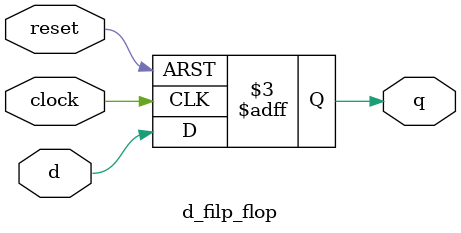
<source format=v>
module d_filp_flop(clock,reset,d,q);

input clock,reset,d;
output reg q;

always @(posedge clock or negedge reset)
	begin
	if(!reset)
		begin
		q <= 1'b0;
		end
	else
		begin
		q <= d;
		end
	end
	
endmodule
</source>
